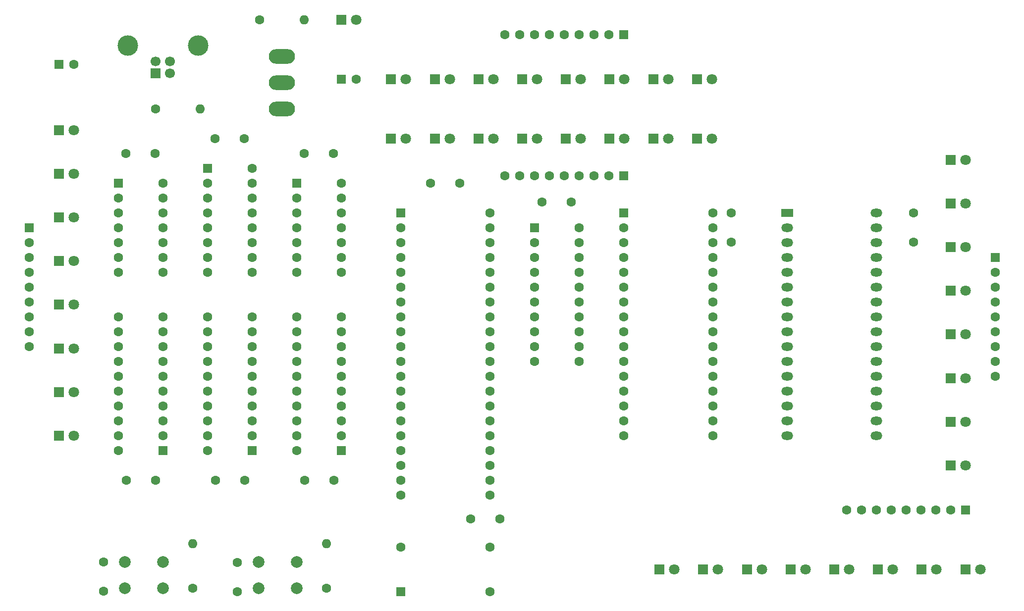
<source format=gbr>
%TF.GenerationSoftware,KiCad,Pcbnew,9.0.1*%
%TF.CreationDate,2025-05-21T13:32:22+02:00*%
%TF.ProjectId,mb88-testboard,6d623838-2d74-4657-9374-626f6172642e,1*%
%TF.SameCoordinates,Original*%
%TF.FileFunction,Soldermask,Top*%
%TF.FilePolarity,Negative*%
%FSLAX46Y46*%
G04 Gerber Fmt 4.6, Leading zero omitted, Abs format (unit mm)*
G04 Created by KiCad (PCBNEW 9.0.1) date 2025-05-21 13:32:22*
%MOMM*%
%LPD*%
G01*
G04 APERTURE LIST*
G04 Aperture macros list*
%AMRoundRect*
0 Rectangle with rounded corners*
0 $1 Rounding radius*
0 $2 $3 $4 $5 $6 $7 $8 $9 X,Y pos of 4 corners*
0 Add a 4 corners polygon primitive as box body*
4,1,4,$2,$3,$4,$5,$6,$7,$8,$9,$2,$3,0*
0 Add four circle primitives for the rounded corners*
1,1,$1+$1,$2,$3*
1,1,$1+$1,$4,$5*
1,1,$1+$1,$6,$7*
1,1,$1+$1,$8,$9*
0 Add four rect primitives between the rounded corners*
20,1,$1+$1,$2,$3,$4,$5,0*
20,1,$1+$1,$4,$5,$6,$7,0*
20,1,$1+$1,$6,$7,$8,$9,0*
20,1,$1+$1,$8,$9,$2,$3,0*%
G04 Aperture macros list end*
%ADD10RoundRect,0.250000X-0.550000X-0.550000X0.550000X-0.550000X0.550000X0.550000X-0.550000X0.550000X0*%
%ADD11C,1.600000*%
%ADD12R,1.800000X1.800000*%
%ADD13C,1.800000*%
%ADD14R,1.600000X1.600000*%
%ADD15RoundRect,0.250000X0.550000X0.550000X-0.550000X0.550000X-0.550000X-0.550000X0.550000X-0.550000X0*%
%ADD16C,2.000000*%
%ADD17O,1.600000X1.600000*%
%ADD18R,2.000000X1.440000*%
%ADD19O,2.000000X1.440000*%
%ADD20O,4.500000X2.500000*%
%ADD21R,1.700000X1.700000*%
%ADD22C,1.700000*%
%ADD23C,3.500000*%
G04 APERTURE END LIST*
D10*
%TO.C,U9*%
X185420000Y-63500000D03*
D11*
X185420000Y-66040000D03*
X185420000Y-68580000D03*
X185420000Y-71120000D03*
X185420000Y-73660000D03*
X185420000Y-76200000D03*
X185420000Y-78740000D03*
X185420000Y-81280000D03*
X185420000Y-83820000D03*
X185420000Y-86360000D03*
X185420000Y-88900000D03*
X185420000Y-91440000D03*
X185420000Y-93980000D03*
X185420000Y-96520000D03*
X185420000Y-99060000D03*
X185420000Y-101600000D03*
X200660000Y-101600000D03*
X200660000Y-99060000D03*
X200660000Y-96520000D03*
X200660000Y-93980000D03*
X200660000Y-91440000D03*
X200660000Y-88900000D03*
X200660000Y-86360000D03*
X200660000Y-83820000D03*
X200660000Y-81280000D03*
X200660000Y-78740000D03*
X200660000Y-76200000D03*
X200660000Y-73660000D03*
X200660000Y-71120000D03*
X200660000Y-68580000D03*
X200660000Y-66040000D03*
X200660000Y-63500000D03*
%TD*%
D10*
%TO.C,U1*%
X147320000Y-63500000D03*
D11*
X147320000Y-66040000D03*
X147320000Y-68580000D03*
X147320000Y-71120000D03*
X147320000Y-73660000D03*
X147320000Y-76200000D03*
X147320000Y-78740000D03*
X147320000Y-81280000D03*
X147320000Y-83820000D03*
X147320000Y-86360000D03*
X147320000Y-88900000D03*
X147320000Y-91440000D03*
X147320000Y-93980000D03*
X147320000Y-96520000D03*
X147320000Y-99060000D03*
X147320000Y-101600000D03*
X147320000Y-104140000D03*
X147320000Y-106680000D03*
X147320000Y-109220000D03*
X147320000Y-111760000D03*
X162560000Y-111760000D03*
X162560000Y-109220000D03*
X162560000Y-106680000D03*
X162560000Y-104140000D03*
X162560000Y-101600000D03*
X162560000Y-99060000D03*
X162560000Y-96520000D03*
X162560000Y-93980000D03*
X162560000Y-91440000D03*
X162560000Y-88900000D03*
X162560000Y-86360000D03*
X162560000Y-83820000D03*
X162560000Y-81280000D03*
X162560000Y-78740000D03*
X162560000Y-76200000D03*
X162560000Y-73660000D03*
X162560000Y-71120000D03*
X162560000Y-68580000D03*
X162560000Y-66040000D03*
X162560000Y-63500000D03*
%TD*%
D12*
%TO.C,D35*%
X241300000Y-61860000D03*
D13*
X243840000Y-61860000D03*
%TD*%
D12*
%TO.C,D9*%
X137160000Y-30480000D03*
D13*
X139700000Y-30480000D03*
%TD*%
D14*
%TO.C,X1*%
X147320000Y-128270000D03*
D11*
X162560000Y-128270000D03*
X162560000Y-120650000D03*
X147320000Y-120650000D03*
%TD*%
D15*
%TO.C,U2*%
X137160000Y-104140000D03*
D11*
X137160000Y-101600000D03*
X137160000Y-99060000D03*
X137160000Y-96520000D03*
X137160000Y-93980000D03*
X137160000Y-91440000D03*
X137160000Y-88900000D03*
X137160000Y-86360000D03*
X137160000Y-83820000D03*
X137160000Y-81280000D03*
X129540000Y-81280000D03*
X129540000Y-83820000D03*
X129540000Y-86360000D03*
X129540000Y-88900000D03*
X129540000Y-91440000D03*
X129540000Y-93980000D03*
X129540000Y-96520000D03*
X129540000Y-99060000D03*
X129540000Y-101600000D03*
X129540000Y-104140000D03*
%TD*%
D15*
%TO.C,U4*%
X121920000Y-104140000D03*
D11*
X121920000Y-101600000D03*
X121920000Y-99060000D03*
X121920000Y-96520000D03*
X121920000Y-93980000D03*
X121920000Y-91440000D03*
X121920000Y-88900000D03*
X121920000Y-86360000D03*
X121920000Y-83820000D03*
X121920000Y-81280000D03*
X114300000Y-81280000D03*
X114300000Y-83820000D03*
X114300000Y-86360000D03*
X114300000Y-88900000D03*
X114300000Y-91440000D03*
X114300000Y-93980000D03*
X114300000Y-96520000D03*
X114300000Y-99060000D03*
X114300000Y-101600000D03*
X114300000Y-104140000D03*
%TD*%
D14*
%TO.C,C1*%
X88940000Y-38100000D03*
D11*
X91440000Y-38100000D03*
%TD*%
D16*
%TO.C,SW3*%
X100180000Y-123135000D03*
X106680000Y-123135000D03*
X100180000Y-127635000D03*
X106680000Y-127635000D03*
%TD*%
D12*
%TO.C,D4*%
X88900000Y-71720000D03*
D13*
X91440000Y-71720000D03*
%TD*%
D12*
%TO.C,D26*%
X243840000Y-124460000D03*
D13*
X246380000Y-124460000D03*
%TD*%
D11*
%TO.C,C14*%
X119380000Y-128270000D03*
X119380000Y-123270000D03*
%TD*%
D12*
%TO.C,D7*%
X88900000Y-94130000D03*
D13*
X91440000Y-94130000D03*
%TD*%
D12*
%TO.C,D33*%
X191550000Y-124460000D03*
D13*
X194090000Y-124460000D03*
%TD*%
D11*
%TO.C,R7*%
X111760000Y-127635000D03*
D17*
X111760000Y-120015000D03*
%TD*%
D11*
%TO.C,C7*%
X135810000Y-53340000D03*
X130810000Y-53340000D03*
%TD*%
%TO.C,C10*%
X157400000Y-58420000D03*
X152400000Y-58420000D03*
%TD*%
D14*
%TO.C,RN3*%
X185420000Y-57150000D03*
D11*
X182880000Y-57150000D03*
X180340000Y-57150000D03*
X177800000Y-57150000D03*
X175260000Y-57150000D03*
X172720000Y-57150000D03*
X170180000Y-57150000D03*
X167640000Y-57150000D03*
X165100000Y-57150000D03*
%TD*%
D12*
%TO.C,D8*%
X88900000Y-101600000D03*
D13*
X91440000Y-101600000D03*
%TD*%
D10*
%TO.C,U8*%
X99060000Y-58420000D03*
D11*
X99060000Y-60960000D03*
X99060000Y-63500000D03*
X99060000Y-66040000D03*
X99060000Y-68580000D03*
X99060000Y-71120000D03*
X99060000Y-73660000D03*
X106680000Y-73660000D03*
X106680000Y-71120000D03*
X106680000Y-68580000D03*
X106680000Y-66040000D03*
X106680000Y-63500000D03*
X106680000Y-60960000D03*
X106680000Y-58420000D03*
%TD*%
D12*
%TO.C,D32*%
X199020000Y-124460000D03*
D13*
X201560000Y-124460000D03*
%TD*%
D16*
%TO.C,SW4*%
X123040000Y-123135000D03*
X129540000Y-123135000D03*
X123040000Y-127635000D03*
X129540000Y-127635000D03*
%TD*%
D12*
%TO.C,D25*%
X145680000Y-50800000D03*
D13*
X148220000Y-50800000D03*
%TD*%
D12*
%TO.C,D31*%
X206490000Y-124460000D03*
D13*
X209030000Y-124460000D03*
%TD*%
D12*
%TO.C,D29*%
X221430000Y-124460000D03*
D13*
X223970000Y-124460000D03*
%TD*%
D14*
%TO.C,C2*%
X137200000Y-40640000D03*
D11*
X139700000Y-40640000D03*
%TD*%
D12*
%TO.C,D17*%
X145680000Y-40640000D03*
D13*
X148220000Y-40640000D03*
%TD*%
D12*
%TO.C,D21*%
X175560000Y-50800000D03*
D13*
X178100000Y-50800000D03*
%TD*%
D12*
%TO.C,D39*%
X241300000Y-91740000D03*
D13*
X243840000Y-91740000D03*
%TD*%
D11*
%TO.C,C6*%
X100410000Y-109220000D03*
X105410000Y-109220000D03*
%TD*%
D12*
%TO.C,D15*%
X160620000Y-40640000D03*
D13*
X163160000Y-40640000D03*
%TD*%
D12*
%TO.C,D36*%
X241300000Y-69330000D03*
D13*
X243840000Y-69330000D03*
%TD*%
D11*
%TO.C,R2*%
X123190000Y-30480000D03*
D17*
X130810000Y-30480000D03*
%TD*%
D12*
%TO.C,D6*%
X88900000Y-86660000D03*
D13*
X91440000Y-86660000D03*
%TD*%
D11*
%TO.C,R1*%
X105410000Y-45720000D03*
D17*
X113030000Y-45720000D03*
%TD*%
D11*
%TO.C,C15*%
X96520000Y-123135000D03*
X96520000Y-128135000D03*
%TD*%
D18*
%TO.C,U5*%
X213360000Y-63500000D03*
D19*
X213360000Y-66040000D03*
X213360000Y-68580000D03*
X213360000Y-71120000D03*
X213360000Y-73660000D03*
X213360000Y-76200000D03*
X213360000Y-78740000D03*
X213360000Y-81280000D03*
X213360000Y-83820000D03*
X213360000Y-86360000D03*
X213360000Y-88900000D03*
X213360000Y-91440000D03*
X213360000Y-93980000D03*
X213360000Y-96520000D03*
X213360000Y-99060000D03*
X213360000Y-101600000D03*
X228600000Y-101600000D03*
X228600000Y-99060000D03*
X228600000Y-96520000D03*
X228600000Y-93980000D03*
X228600000Y-91440000D03*
X228600000Y-88900000D03*
X228600000Y-86360000D03*
X228600000Y-83820000D03*
X228600000Y-81280000D03*
X228600000Y-78740000D03*
X228600000Y-76200000D03*
X228600000Y-73660000D03*
X228600000Y-71120000D03*
X228600000Y-68580000D03*
X228600000Y-66040000D03*
X228600000Y-63500000D03*
%TD*%
D12*
%TO.C,D27*%
X236370000Y-124460000D03*
D13*
X238910000Y-124460000D03*
%TD*%
D14*
%TO.C,RN1*%
X83820000Y-66040000D03*
D11*
X83820000Y-68580000D03*
X83820000Y-71120000D03*
X83820000Y-73660000D03*
X83820000Y-76200000D03*
X83820000Y-78740000D03*
X83820000Y-81280000D03*
X83820000Y-83820000D03*
X83820000Y-86360000D03*
%TD*%
D12*
%TO.C,D11*%
X190500000Y-40640000D03*
D13*
X193040000Y-40640000D03*
%TD*%
D20*
%TO.C,SW1*%
X127000000Y-36720000D03*
X127000000Y-41220000D03*
X127000000Y-45720000D03*
%TD*%
D12*
%TO.C,D1*%
X88900000Y-49310000D03*
D13*
X91440000Y-49310000D03*
%TD*%
D12*
%TO.C,D22*%
X168090000Y-50800000D03*
D13*
X170630000Y-50800000D03*
%TD*%
D12*
%TO.C,D37*%
X241300000Y-76800000D03*
D13*
X243840000Y-76800000D03*
%TD*%
D11*
%TO.C,C13*%
X234950000Y-68500000D03*
X234950000Y-63500000D03*
%TD*%
%TO.C,C9*%
X105370000Y-53340000D03*
X100370000Y-53340000D03*
%TD*%
D12*
%TO.C,D18*%
X197970000Y-50800000D03*
D13*
X200510000Y-50800000D03*
%TD*%
D10*
%TO.C,U3*%
X170180000Y-66040000D03*
D11*
X170180000Y-68580000D03*
X170180000Y-71120000D03*
X170180000Y-73660000D03*
X170180000Y-76200000D03*
X170180000Y-78740000D03*
X170180000Y-81280000D03*
X170180000Y-83820000D03*
X170180000Y-86360000D03*
X170180000Y-88900000D03*
X177800000Y-88900000D03*
X177800000Y-86360000D03*
X177800000Y-83820000D03*
X177800000Y-81280000D03*
X177800000Y-78740000D03*
X177800000Y-76200000D03*
X177800000Y-73660000D03*
X177800000Y-71120000D03*
X177800000Y-68580000D03*
X177800000Y-66040000D03*
%TD*%
D12*
%TO.C,D30*%
X213960000Y-124460000D03*
D13*
X216500000Y-124460000D03*
%TD*%
D12*
%TO.C,D23*%
X160620000Y-50800000D03*
D13*
X163160000Y-50800000D03*
%TD*%
D11*
%TO.C,R8*%
X134620000Y-127635000D03*
D17*
X134620000Y-120015000D03*
%TD*%
D12*
%TO.C,D10*%
X197970000Y-40640000D03*
D13*
X200510000Y-40640000D03*
%TD*%
D14*
%TO.C,RN2*%
X185420000Y-33020000D03*
D11*
X182880000Y-33020000D03*
X180340000Y-33020000D03*
X177800000Y-33020000D03*
X175260000Y-33020000D03*
X172720000Y-33020000D03*
X170180000Y-33020000D03*
X167640000Y-33020000D03*
X165100000Y-33020000D03*
%TD*%
D10*
%TO.C,U7*%
X129540000Y-58420000D03*
D11*
X129540000Y-60960000D03*
X129540000Y-63500000D03*
X129540000Y-66040000D03*
X129540000Y-68580000D03*
X129540000Y-71120000D03*
X129540000Y-73660000D03*
X137160000Y-73660000D03*
X137160000Y-71120000D03*
X137160000Y-68580000D03*
X137160000Y-66040000D03*
X137160000Y-63500000D03*
X137160000Y-60960000D03*
X137160000Y-58420000D03*
%TD*%
D12*
%TO.C,D12*%
X183030000Y-40640000D03*
D13*
X185570000Y-40640000D03*
%TD*%
D12*
%TO.C,D24*%
X153150000Y-50800000D03*
D13*
X155690000Y-50800000D03*
%TD*%
D12*
%TO.C,D19*%
X190500000Y-50800000D03*
D13*
X193040000Y-50800000D03*
%TD*%
D11*
%TO.C,C4*%
X130890000Y-109220000D03*
X135890000Y-109220000D03*
%TD*%
D12*
%TO.C,D38*%
X241300000Y-84270000D03*
D13*
X243840000Y-84270000D03*
%TD*%
D12*
%TO.C,D34*%
X241300000Y-54390000D03*
D13*
X243840000Y-54390000D03*
%TD*%
D12*
%TO.C,D5*%
X88900000Y-79190000D03*
D13*
X91440000Y-79190000D03*
%TD*%
D11*
%TO.C,C8*%
X120570000Y-50800000D03*
X115570000Y-50800000D03*
%TD*%
%TO.C,C3*%
X159298000Y-115824000D03*
X164298000Y-115824000D03*
%TD*%
D21*
%TO.C,J1*%
X105430000Y-39597500D03*
D22*
X107930000Y-39597500D03*
X107930000Y-37597500D03*
X105430000Y-37597500D03*
D23*
X100660000Y-34887500D03*
X112700000Y-34887500D03*
%TD*%
D11*
%TO.C,C5*%
X115650000Y-109220000D03*
X120650000Y-109220000D03*
%TD*%
D12*
%TO.C,D28*%
X228900000Y-124460000D03*
D13*
X231440000Y-124460000D03*
%TD*%
D12*
%TO.C,D13*%
X175560000Y-40640000D03*
D13*
X178100000Y-40640000D03*
%TD*%
D12*
%TO.C,D40*%
X241300000Y-99210000D03*
D13*
X243840000Y-99210000D03*
%TD*%
D11*
%TO.C,C12*%
X203835000Y-63500000D03*
X203835000Y-68500000D03*
%TD*%
D12*
%TO.C,D16*%
X153150000Y-40640000D03*
D13*
X155690000Y-40640000D03*
%TD*%
D12*
%TO.C,D3*%
X88900000Y-64250000D03*
D13*
X91440000Y-64250000D03*
%TD*%
D10*
%TO.C,U6*%
X114300000Y-55880000D03*
D11*
X114300000Y-58420000D03*
X114300000Y-60960000D03*
X114300000Y-63500000D03*
X114300000Y-66040000D03*
X114300000Y-68580000D03*
X114300000Y-71120000D03*
X114300000Y-73660000D03*
X121920000Y-73660000D03*
X121920000Y-71120000D03*
X121920000Y-68580000D03*
X121920000Y-66040000D03*
X121920000Y-63500000D03*
X121920000Y-60960000D03*
X121920000Y-58420000D03*
X121920000Y-55880000D03*
%TD*%
D12*
%TO.C,D14*%
X168090000Y-40640000D03*
D13*
X170630000Y-40640000D03*
%TD*%
D12*
%TO.C,D41*%
X241300000Y-106680000D03*
D13*
X243840000Y-106680000D03*
%TD*%
D11*
%TO.C,C11*%
X176450000Y-61595000D03*
X171450000Y-61595000D03*
%TD*%
D14*
%TO.C,RN5*%
X248920000Y-71120000D03*
D11*
X248920000Y-73660000D03*
X248920000Y-76200000D03*
X248920000Y-78740000D03*
X248920000Y-81280000D03*
X248920000Y-83820000D03*
X248920000Y-86360000D03*
X248920000Y-88900000D03*
X248920000Y-91440000D03*
%TD*%
D12*
%TO.C,D2*%
X88900000Y-56780000D03*
D13*
X91440000Y-56780000D03*
%TD*%
D12*
%TO.C,D20*%
X183030000Y-50800000D03*
D13*
X185570000Y-50800000D03*
%TD*%
D14*
%TO.C,RN4*%
X243840000Y-114300000D03*
D11*
X241300000Y-114300000D03*
X238760000Y-114300000D03*
X236220000Y-114300000D03*
X233680000Y-114300000D03*
X231140000Y-114300000D03*
X228600000Y-114300000D03*
X226060000Y-114300000D03*
X223520000Y-114300000D03*
%TD*%
D15*
%TO.C,U10*%
X106680000Y-104140000D03*
D11*
X106680000Y-101600000D03*
X106680000Y-99060000D03*
X106680000Y-96520000D03*
X106680000Y-93980000D03*
X106680000Y-91440000D03*
X106680000Y-88900000D03*
X106680000Y-86360000D03*
X106680000Y-83820000D03*
X106680000Y-81280000D03*
X99060000Y-81280000D03*
X99060000Y-83820000D03*
X99060000Y-86360000D03*
X99060000Y-88900000D03*
X99060000Y-91440000D03*
X99060000Y-93980000D03*
X99060000Y-96520000D03*
X99060000Y-99060000D03*
X99060000Y-101600000D03*
X99060000Y-104140000D03*
%TD*%
M02*

</source>
